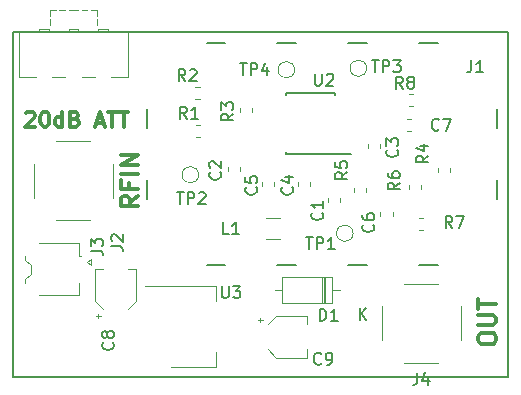
<source format=gbr>
%TF.GenerationSoftware,KiCad,Pcbnew,(5.0.1-3-g963ef8bb5)*%
%TF.CreationDate,2019-01-13T00:49:13+02:00*%
%TF.ProjectId,8307,383330372E6B696361645F7063620000,1.0*%
%TF.SameCoordinates,Original*%
%TF.FileFunction,Legend,Top*%
%TF.FilePolarity,Positive*%
%FSLAX46Y46*%
G04 Gerber Fmt 4.6, Leading zero omitted, Abs format (unit mm)*
G04 Created by KiCad (PCBNEW (5.0.1-3-g963ef8bb5)) date Duminică, 13 Ianuarie 2019, 00:49:13*
%MOMM*%
%LPD*%
G01*
G04 APERTURE LIST*
%ADD10C,0.300000*%
%ADD11C,0.150000*%
%ADD12C,0.120000*%
G04 APERTURE END LIST*
D10*
X22652571Y-50021404D02*
X22714476Y-49959500D01*
X22838285Y-49897595D01*
X23147809Y-49897595D01*
X23271619Y-49959500D01*
X23333523Y-50021404D01*
X23395428Y-50145214D01*
X23395428Y-50269023D01*
X23333523Y-50454738D01*
X22590666Y-51197595D01*
X23395428Y-51197595D01*
X24200190Y-49897595D02*
X24324000Y-49897595D01*
X24447809Y-49959500D01*
X24509714Y-50021404D01*
X24571619Y-50145214D01*
X24633523Y-50392833D01*
X24633523Y-50702357D01*
X24571619Y-50949976D01*
X24509714Y-51073785D01*
X24447809Y-51135690D01*
X24324000Y-51197595D01*
X24200190Y-51197595D01*
X24076380Y-51135690D01*
X24014476Y-51073785D01*
X23952571Y-50949976D01*
X23890666Y-50702357D01*
X23890666Y-50392833D01*
X23952571Y-50145214D01*
X24014476Y-50021404D01*
X24076380Y-49959500D01*
X24200190Y-49897595D01*
X25747809Y-51197595D02*
X25747809Y-49897595D01*
X25747809Y-51135690D02*
X25624000Y-51197595D01*
X25376380Y-51197595D01*
X25252571Y-51135690D01*
X25190666Y-51073785D01*
X25128761Y-50949976D01*
X25128761Y-50578547D01*
X25190666Y-50454738D01*
X25252571Y-50392833D01*
X25376380Y-50330928D01*
X25624000Y-50330928D01*
X25747809Y-50392833D01*
X26800190Y-50516642D02*
X26985904Y-50578547D01*
X27047809Y-50640452D01*
X27109714Y-50764261D01*
X27109714Y-50949976D01*
X27047809Y-51073785D01*
X26985904Y-51135690D01*
X26862095Y-51197595D01*
X26366857Y-51197595D01*
X26366857Y-49897595D01*
X26800190Y-49897595D01*
X26924000Y-49959500D01*
X26985904Y-50021404D01*
X27047809Y-50145214D01*
X27047809Y-50269023D01*
X26985904Y-50392833D01*
X26924000Y-50454738D01*
X26800190Y-50516642D01*
X26366857Y-50516642D01*
X28595428Y-50826166D02*
X29214476Y-50826166D01*
X28471619Y-51197595D02*
X28904952Y-49897595D01*
X29338285Y-51197595D01*
X29585904Y-49897595D02*
X30328761Y-49897595D01*
X29957333Y-51197595D02*
X29957333Y-49897595D01*
X30576380Y-49897595D02*
X31319238Y-49897595D01*
X30947809Y-51197595D02*
X30947809Y-49897595D01*
X60964071Y-69254500D02*
X60964071Y-68968785D01*
X61035500Y-68825928D01*
X61178357Y-68683071D01*
X61464071Y-68611642D01*
X61964071Y-68611642D01*
X62249785Y-68683071D01*
X62392642Y-68825928D01*
X62464071Y-68968785D01*
X62464071Y-69254500D01*
X62392642Y-69397357D01*
X62249785Y-69540214D01*
X61964071Y-69611642D01*
X61464071Y-69611642D01*
X61178357Y-69540214D01*
X61035500Y-69397357D01*
X60964071Y-69254500D01*
X60964071Y-67968785D02*
X62178357Y-67968785D01*
X62321214Y-67897357D01*
X62392642Y-67825928D01*
X62464071Y-67683071D01*
X62464071Y-67397357D01*
X62392642Y-67254500D01*
X62321214Y-67183071D01*
X62178357Y-67111642D01*
X60964071Y-67111642D01*
X60964071Y-66611642D02*
X60964071Y-65754500D01*
X62464071Y-66183071D02*
X60964071Y-66183071D01*
X32174571Y-57074428D02*
X31460285Y-57574428D01*
X32174571Y-57931571D02*
X30674571Y-57931571D01*
X30674571Y-57360142D01*
X30746000Y-57217285D01*
X30817428Y-57145857D01*
X30960285Y-57074428D01*
X31174571Y-57074428D01*
X31317428Y-57145857D01*
X31388857Y-57217285D01*
X31460285Y-57360142D01*
X31460285Y-57931571D01*
X31388857Y-55931571D02*
X31388857Y-56431571D01*
X32174571Y-56431571D02*
X30674571Y-56431571D01*
X30674571Y-55717285D01*
X32174571Y-55145857D02*
X30674571Y-55145857D01*
X32174571Y-54431571D02*
X30674571Y-54431571D01*
X32174571Y-53574428D01*
X30674571Y-53574428D01*
D11*
X21590000Y-72390000D02*
X21590000Y-43180000D01*
X63500000Y-72390000D02*
X21590000Y-72390000D01*
X63500000Y-43180000D02*
X63500000Y-72390000D01*
X21590000Y-43180000D02*
X63500000Y-43180000D01*
D12*
X48258000Y-57241221D02*
X48258000Y-57566779D01*
X49278000Y-57241221D02*
X49278000Y-57566779D01*
X42670000Y-55844221D02*
X42670000Y-56169779D01*
X43690000Y-55844221D02*
X43690000Y-56169779D01*
X39749000Y-54574221D02*
X39749000Y-54899779D01*
X40769000Y-54574221D02*
X40769000Y-54899779D01*
X54955221Y-51564000D02*
X55280779Y-51564000D01*
X54955221Y-50544000D02*
X55280779Y-50544000D01*
X45404000Y-46355000D02*
G75*
G03X45404000Y-46355000I-700000J0D01*
G01*
X51500000Y-46228000D02*
G75*
G03X51500000Y-46228000I-700000J0D01*
G01*
X37276000Y-55245000D02*
G75*
G03X37276000Y-55245000I-700000J0D01*
G01*
X50357000Y-60198000D02*
G75*
G03X50357000Y-60198000I-700000J0D01*
G01*
X55416267Y-48385000D02*
X55073733Y-48385000D01*
X55416267Y-49405000D02*
X55073733Y-49405000D01*
X55911933Y-58875200D02*
X56254467Y-58875200D01*
X55911933Y-59895200D02*
X56254467Y-59895200D01*
X56136000Y-56432267D02*
X56136000Y-56089733D01*
X55116000Y-56432267D02*
X55116000Y-56089733D01*
X50417000Y-56686267D02*
X50417000Y-56343733D01*
X51437000Y-56686267D02*
X51437000Y-56343733D01*
X58549000Y-55035267D02*
X58549000Y-54692733D01*
X57529000Y-55035267D02*
X57529000Y-54692733D01*
X41785000Y-49612733D02*
X41785000Y-49955267D01*
X40765000Y-49612733D02*
X40765000Y-49955267D01*
X37356867Y-47851600D02*
X37014333Y-47851600D01*
X37356867Y-48871600D02*
X37014333Y-48871600D01*
X37065133Y-51001200D02*
X37407667Y-51001200D01*
X37065133Y-52021200D02*
X37407667Y-52021200D01*
X53697600Y-58409621D02*
X53697600Y-58735179D01*
X52677600Y-58409621D02*
X52677600Y-58735179D01*
X45718000Y-55844221D02*
X45718000Y-56169779D01*
X46738000Y-55844221D02*
X46738000Y-56169779D01*
X51610800Y-52943979D02*
X51610800Y-52618421D01*
X52630800Y-52943979D02*
X52630800Y-52618421D01*
X23779000Y-61036000D02*
X27129000Y-61036000D01*
X27129000Y-61036000D02*
X27129000Y-62086000D01*
X27129000Y-62086000D02*
X27319000Y-62086000D01*
X23779000Y-65456000D02*
X27129000Y-65456000D01*
X27129000Y-65456000D02*
X27129000Y-64406000D01*
X22609000Y-62106000D02*
X22609000Y-62456000D01*
X22609000Y-62456000D02*
X23109000Y-62856000D01*
X23109000Y-62856000D02*
X23109000Y-63636000D01*
X23109000Y-63636000D02*
X22609000Y-64036000D01*
X22609000Y-64036000D02*
X22609000Y-64386000D01*
X28172553Y-62396000D02*
X27819000Y-62646000D01*
X27819000Y-62646000D02*
X28172553Y-62896000D01*
X28172553Y-62896000D02*
X28172553Y-62396000D01*
D11*
X62582000Y-55667000D02*
X62582000Y-57267000D01*
X32922000Y-55667000D02*
X32922000Y-57267000D01*
X62582000Y-49667000D02*
X62582000Y-51267000D01*
X32922000Y-49667000D02*
X32922000Y-51267000D01*
X55952000Y-62867000D02*
X57552000Y-62867000D01*
X55952000Y-44067000D02*
X57552000Y-44067000D01*
X49952000Y-62867000D02*
X51552000Y-62867000D01*
X49952000Y-44067000D02*
X51552000Y-44067000D01*
X43952000Y-62867000D02*
X45552000Y-62867000D01*
X43952000Y-44067000D02*
X45552000Y-44067000D01*
X37952000Y-62867000D02*
X39552000Y-62867000D01*
X37952000Y-44067000D02*
X39552000Y-44067000D01*
D12*
X59489000Y-69268000D02*
X59489000Y-66368000D01*
X52779000Y-69268000D02*
X52779000Y-66368000D01*
X57584000Y-64463000D02*
X54684000Y-64463000D01*
X57584000Y-71173000D02*
X54684000Y-71173000D01*
X42516500Y-67338500D02*
X42516500Y-67713500D01*
X42329000Y-67526000D02*
X42704000Y-67526000D01*
X43133437Y-70021000D02*
X43833437Y-70721000D01*
X43133437Y-67901000D02*
X43833437Y-67201000D01*
X43833437Y-70721000D02*
X46464000Y-70721000D01*
X43833437Y-67201000D02*
X46464000Y-67201000D01*
X46464000Y-67201000D02*
X46464000Y-67901000D01*
X46464000Y-70721000D02*
X46464000Y-70021000D01*
X31986000Y-63264000D02*
X31286000Y-63264000D01*
X28466000Y-63264000D02*
X29166000Y-63264000D01*
X28466000Y-65894563D02*
X28466000Y-63264000D01*
X31986000Y-65894563D02*
X31986000Y-63264000D01*
X29166000Y-66594563D02*
X28466000Y-65894563D01*
X31286000Y-66594563D02*
X31986000Y-65894563D01*
X28791000Y-67399000D02*
X28791000Y-67024000D01*
X28603500Y-67211500D02*
X28978500Y-67211500D01*
X48602000Y-66144000D02*
X48602000Y-63904000D01*
X48602000Y-63904000D02*
X44362000Y-63904000D01*
X44362000Y-63904000D02*
X44362000Y-66144000D01*
X44362000Y-66144000D02*
X48602000Y-66144000D01*
X49252000Y-65024000D02*
X48602000Y-65024000D01*
X43712000Y-65024000D02*
X44362000Y-65024000D01*
X47882000Y-66144000D02*
X47882000Y-63904000D01*
X47762000Y-66144000D02*
X47762000Y-63904000D01*
X48002000Y-66144000D02*
X48002000Y-63904000D01*
X23470000Y-46985000D02*
X22070000Y-46985000D01*
X22070000Y-46985000D02*
X22070000Y-43185000D01*
X31270000Y-43185000D02*
X31270000Y-46985000D01*
X31270000Y-46985000D02*
X29870000Y-46985000D01*
X24870000Y-46985000D02*
X25970000Y-46985000D01*
X25970000Y-46985000D02*
X25970000Y-46985000D01*
X27370000Y-46985000D02*
X28470000Y-46985000D01*
X28470000Y-46985000D02*
X28470000Y-46985000D01*
X22070000Y-43185000D02*
X23770000Y-43185000D01*
X23770000Y-43185000D02*
X23770000Y-42885000D01*
X23770000Y-42885000D02*
X24570000Y-42885000D01*
X24570000Y-42885000D02*
X24570000Y-43185000D01*
X24570000Y-43185000D02*
X26270000Y-43185000D01*
X26270000Y-43185000D02*
X26270000Y-42885000D01*
X26270000Y-42885000D02*
X27070000Y-42885000D01*
X27070000Y-42885000D02*
X27070000Y-43185000D01*
X27070000Y-43185000D02*
X28770000Y-43185000D01*
X28770000Y-43185000D02*
X28770000Y-42885000D01*
X28770000Y-42885000D02*
X29570000Y-42885000D01*
X29570000Y-42885000D02*
X29570000Y-43185000D01*
X29570000Y-43185000D02*
X31270000Y-43185000D01*
X31270000Y-43185000D02*
X31270000Y-43185000D01*
X28670000Y-41285000D02*
X28670000Y-41785000D01*
X28670000Y-41785000D02*
X28670000Y-41785000D01*
X28670000Y-41285000D02*
X28170000Y-41285000D01*
X28170000Y-41285000D02*
X28170000Y-41285000D01*
X24670000Y-41285000D02*
X25170000Y-41285000D01*
X25170000Y-41285000D02*
X25170000Y-41285000D01*
X24670000Y-41285000D02*
X24670000Y-41785000D01*
X24670000Y-41785000D02*
X24670000Y-41785000D01*
X24670000Y-42085000D02*
X24670000Y-42585000D01*
X24670000Y-42585000D02*
X24670000Y-42585000D01*
X28670000Y-42085000D02*
X28670000Y-42585000D01*
X28670000Y-42585000D02*
X28670000Y-42585000D01*
X27870000Y-41285000D02*
X27370000Y-41285000D01*
X27370000Y-41285000D02*
X27370000Y-41285000D01*
X25470000Y-41285000D02*
X25970000Y-41285000D01*
X25970000Y-41285000D02*
X25970000Y-41285000D01*
X26270000Y-41285000D02*
X27070000Y-41285000D01*
X27070000Y-41285000D02*
X27070000Y-41285000D01*
X25220000Y-59108000D02*
X28120000Y-59108000D01*
X25220000Y-52398000D02*
X28120000Y-52398000D01*
X30025000Y-57203000D02*
X30025000Y-54303000D01*
X23315000Y-57203000D02*
X23315000Y-54303000D01*
X44163064Y-60727000D02*
X42958936Y-60727000D01*
X44163064Y-58907000D02*
X42958936Y-58907000D01*
X38740000Y-71482000D02*
X38740000Y-70222000D01*
X38740000Y-64662000D02*
X38740000Y-65922000D01*
X34980000Y-71482000D02*
X38740000Y-71482000D01*
X32730000Y-64662000D02*
X38740000Y-64662000D01*
D11*
X48811000Y-53502000D02*
X48811000Y-53452000D01*
X44661000Y-53502000D02*
X44661000Y-53357000D01*
X44661000Y-48352000D02*
X44661000Y-48497000D01*
X48811000Y-48352000D02*
X48811000Y-48497000D01*
X48811000Y-53502000D02*
X44661000Y-53502000D01*
X48811000Y-48352000D02*
X44661000Y-48352000D01*
X48811000Y-53452000D02*
X50211000Y-53452000D01*
X47728142Y-58459666D02*
X47775761Y-58507285D01*
X47823380Y-58650142D01*
X47823380Y-58745380D01*
X47775761Y-58888238D01*
X47680523Y-58983476D01*
X47585285Y-59031095D01*
X47394809Y-59078714D01*
X47251952Y-59078714D01*
X47061476Y-59031095D01*
X46966238Y-58983476D01*
X46871000Y-58888238D01*
X46823380Y-58745380D01*
X46823380Y-58650142D01*
X46871000Y-58507285D01*
X46918619Y-58459666D01*
X47823380Y-57507285D02*
X47823380Y-58078714D01*
X47823380Y-57793000D02*
X46823380Y-57793000D01*
X46966238Y-57888238D01*
X47061476Y-57983476D01*
X47109095Y-58078714D01*
X42140142Y-56300666D02*
X42187761Y-56348285D01*
X42235380Y-56491142D01*
X42235380Y-56586380D01*
X42187761Y-56729238D01*
X42092523Y-56824476D01*
X41997285Y-56872095D01*
X41806809Y-56919714D01*
X41663952Y-56919714D01*
X41473476Y-56872095D01*
X41378238Y-56824476D01*
X41283000Y-56729238D01*
X41235380Y-56586380D01*
X41235380Y-56491142D01*
X41283000Y-56348285D01*
X41330619Y-56300666D01*
X41235380Y-55395904D02*
X41235380Y-55872095D01*
X41711571Y-55919714D01*
X41663952Y-55872095D01*
X41616333Y-55776857D01*
X41616333Y-55538761D01*
X41663952Y-55443523D01*
X41711571Y-55395904D01*
X41806809Y-55348285D01*
X42044904Y-55348285D01*
X42140142Y-55395904D01*
X42187761Y-55443523D01*
X42235380Y-55538761D01*
X42235380Y-55776857D01*
X42187761Y-55872095D01*
X42140142Y-55919714D01*
X39092142Y-55030666D02*
X39139761Y-55078285D01*
X39187380Y-55221142D01*
X39187380Y-55316380D01*
X39139761Y-55459238D01*
X39044523Y-55554476D01*
X38949285Y-55602095D01*
X38758809Y-55649714D01*
X38615952Y-55649714D01*
X38425476Y-55602095D01*
X38330238Y-55554476D01*
X38235000Y-55459238D01*
X38187380Y-55316380D01*
X38187380Y-55221142D01*
X38235000Y-55078285D01*
X38282619Y-55030666D01*
X38282619Y-54649714D02*
X38235000Y-54602095D01*
X38187380Y-54506857D01*
X38187380Y-54268761D01*
X38235000Y-54173523D01*
X38282619Y-54125904D01*
X38377857Y-54078285D01*
X38473095Y-54078285D01*
X38615952Y-54125904D01*
X39187380Y-54697333D01*
X39187380Y-54078285D01*
X57618333Y-51411142D02*
X57570714Y-51458761D01*
X57427857Y-51506380D01*
X57332619Y-51506380D01*
X57189761Y-51458761D01*
X57094523Y-51363523D01*
X57046904Y-51268285D01*
X56999285Y-51077809D01*
X56999285Y-50934952D01*
X57046904Y-50744476D01*
X57094523Y-50649238D01*
X57189761Y-50554000D01*
X57332619Y-50506380D01*
X57427857Y-50506380D01*
X57570714Y-50554000D01*
X57618333Y-50601619D01*
X57951666Y-50506380D02*
X58618333Y-50506380D01*
X58189761Y-51506380D01*
X40775095Y-45807380D02*
X41346523Y-45807380D01*
X41060809Y-46807380D02*
X41060809Y-45807380D01*
X41679857Y-46807380D02*
X41679857Y-45807380D01*
X42060809Y-45807380D01*
X42156047Y-45855000D01*
X42203666Y-45902619D01*
X42251285Y-45997857D01*
X42251285Y-46140714D01*
X42203666Y-46235952D01*
X42156047Y-46283571D01*
X42060809Y-46331190D01*
X41679857Y-46331190D01*
X43108428Y-46140714D02*
X43108428Y-46807380D01*
X42870333Y-45759761D02*
X42632238Y-46474047D01*
X43251285Y-46474047D01*
X51951095Y-45553380D02*
X52522523Y-45553380D01*
X52236809Y-46553380D02*
X52236809Y-45553380D01*
X52855857Y-46553380D02*
X52855857Y-45553380D01*
X53236809Y-45553380D01*
X53332047Y-45601000D01*
X53379666Y-45648619D01*
X53427285Y-45743857D01*
X53427285Y-45886714D01*
X53379666Y-45981952D01*
X53332047Y-46029571D01*
X53236809Y-46077190D01*
X52855857Y-46077190D01*
X53760619Y-45553380D02*
X54379666Y-45553380D01*
X54046333Y-45934333D01*
X54189190Y-45934333D01*
X54284428Y-45981952D01*
X54332047Y-46029571D01*
X54379666Y-46124809D01*
X54379666Y-46362904D01*
X54332047Y-46458142D01*
X54284428Y-46505761D01*
X54189190Y-46553380D01*
X53903476Y-46553380D01*
X53808238Y-46505761D01*
X53760619Y-46458142D01*
X35441095Y-56729380D02*
X36012523Y-56729380D01*
X35726809Y-57729380D02*
X35726809Y-56729380D01*
X36345857Y-57729380D02*
X36345857Y-56729380D01*
X36726809Y-56729380D01*
X36822047Y-56777000D01*
X36869666Y-56824619D01*
X36917285Y-56919857D01*
X36917285Y-57062714D01*
X36869666Y-57157952D01*
X36822047Y-57205571D01*
X36726809Y-57253190D01*
X36345857Y-57253190D01*
X37298238Y-56824619D02*
X37345857Y-56777000D01*
X37441095Y-56729380D01*
X37679190Y-56729380D01*
X37774428Y-56777000D01*
X37822047Y-56824619D01*
X37869666Y-56919857D01*
X37869666Y-57015095D01*
X37822047Y-57157952D01*
X37250619Y-57729380D01*
X37869666Y-57729380D01*
X46363095Y-60539380D02*
X46934523Y-60539380D01*
X46648809Y-61539380D02*
X46648809Y-60539380D01*
X47267857Y-61539380D02*
X47267857Y-60539380D01*
X47648809Y-60539380D01*
X47744047Y-60587000D01*
X47791666Y-60634619D01*
X47839285Y-60729857D01*
X47839285Y-60872714D01*
X47791666Y-60967952D01*
X47744047Y-61015571D01*
X47648809Y-61063190D01*
X47267857Y-61063190D01*
X48791666Y-61539380D02*
X48220238Y-61539380D01*
X48505952Y-61539380D02*
X48505952Y-60539380D01*
X48410714Y-60682238D01*
X48315476Y-60777476D01*
X48220238Y-60825095D01*
X54570333Y-47950380D02*
X54237000Y-47474190D01*
X53998904Y-47950380D02*
X53998904Y-46950380D01*
X54379857Y-46950380D01*
X54475095Y-46998000D01*
X54522714Y-47045619D01*
X54570333Y-47140857D01*
X54570333Y-47283714D01*
X54522714Y-47378952D01*
X54475095Y-47426571D01*
X54379857Y-47474190D01*
X53998904Y-47474190D01*
X55141761Y-47378952D02*
X55046523Y-47331333D01*
X54998904Y-47283714D01*
X54951285Y-47188476D01*
X54951285Y-47140857D01*
X54998904Y-47045619D01*
X55046523Y-46998000D01*
X55141761Y-46950380D01*
X55332238Y-46950380D01*
X55427476Y-46998000D01*
X55475095Y-47045619D01*
X55522714Y-47140857D01*
X55522714Y-47188476D01*
X55475095Y-47283714D01*
X55427476Y-47331333D01*
X55332238Y-47378952D01*
X55141761Y-47378952D01*
X55046523Y-47426571D01*
X54998904Y-47474190D01*
X54951285Y-47569428D01*
X54951285Y-47759904D01*
X54998904Y-47855142D01*
X55046523Y-47902761D01*
X55141761Y-47950380D01*
X55332238Y-47950380D01*
X55427476Y-47902761D01*
X55475095Y-47855142D01*
X55522714Y-47759904D01*
X55522714Y-47569428D01*
X55475095Y-47474190D01*
X55427476Y-47426571D01*
X55332238Y-47378952D01*
X58761333Y-59761380D02*
X58428000Y-59285190D01*
X58189904Y-59761380D02*
X58189904Y-58761380D01*
X58570857Y-58761380D01*
X58666095Y-58809000D01*
X58713714Y-58856619D01*
X58761333Y-58951857D01*
X58761333Y-59094714D01*
X58713714Y-59189952D01*
X58666095Y-59237571D01*
X58570857Y-59285190D01*
X58189904Y-59285190D01*
X59094666Y-58761380D02*
X59761333Y-58761380D01*
X59332761Y-59761380D01*
X54300380Y-55919666D02*
X53824190Y-56253000D01*
X54300380Y-56491095D02*
X53300380Y-56491095D01*
X53300380Y-56110142D01*
X53348000Y-56014904D01*
X53395619Y-55967285D01*
X53490857Y-55919666D01*
X53633714Y-55919666D01*
X53728952Y-55967285D01*
X53776571Y-56014904D01*
X53824190Y-56110142D01*
X53824190Y-56491095D01*
X53300380Y-55062523D02*
X53300380Y-55253000D01*
X53348000Y-55348238D01*
X53395619Y-55395857D01*
X53538476Y-55491095D01*
X53728952Y-55538714D01*
X54109904Y-55538714D01*
X54205142Y-55491095D01*
X54252761Y-55443476D01*
X54300380Y-55348238D01*
X54300380Y-55157761D01*
X54252761Y-55062523D01*
X54205142Y-55014904D01*
X54109904Y-54967285D01*
X53871809Y-54967285D01*
X53776571Y-55014904D01*
X53728952Y-55062523D01*
X53681333Y-55157761D01*
X53681333Y-55348238D01*
X53728952Y-55443476D01*
X53776571Y-55491095D01*
X53871809Y-55538714D01*
X49855380Y-55030666D02*
X49379190Y-55364000D01*
X49855380Y-55602095D02*
X48855380Y-55602095D01*
X48855380Y-55221142D01*
X48903000Y-55125904D01*
X48950619Y-55078285D01*
X49045857Y-55030666D01*
X49188714Y-55030666D01*
X49283952Y-55078285D01*
X49331571Y-55125904D01*
X49379190Y-55221142D01*
X49379190Y-55602095D01*
X48855380Y-54125904D02*
X48855380Y-54602095D01*
X49331571Y-54649714D01*
X49283952Y-54602095D01*
X49236333Y-54506857D01*
X49236333Y-54268761D01*
X49283952Y-54173523D01*
X49331571Y-54125904D01*
X49426809Y-54078285D01*
X49664904Y-54078285D01*
X49760142Y-54125904D01*
X49807761Y-54173523D01*
X49855380Y-54268761D01*
X49855380Y-54506857D01*
X49807761Y-54602095D01*
X49760142Y-54649714D01*
X56713380Y-53633666D02*
X56237190Y-53967000D01*
X56713380Y-54205095D02*
X55713380Y-54205095D01*
X55713380Y-53824142D01*
X55761000Y-53728904D01*
X55808619Y-53681285D01*
X55903857Y-53633666D01*
X56046714Y-53633666D01*
X56141952Y-53681285D01*
X56189571Y-53728904D01*
X56237190Y-53824142D01*
X56237190Y-54205095D01*
X56046714Y-52776523D02*
X56713380Y-52776523D01*
X55665761Y-53014619D02*
X56380047Y-53252714D01*
X56380047Y-52633666D01*
X40203380Y-50077666D02*
X39727190Y-50411000D01*
X40203380Y-50649095D02*
X39203380Y-50649095D01*
X39203380Y-50268142D01*
X39251000Y-50172904D01*
X39298619Y-50125285D01*
X39393857Y-50077666D01*
X39536714Y-50077666D01*
X39631952Y-50125285D01*
X39679571Y-50172904D01*
X39727190Y-50268142D01*
X39727190Y-50649095D01*
X39203380Y-49744333D02*
X39203380Y-49125285D01*
X39584333Y-49458619D01*
X39584333Y-49315761D01*
X39631952Y-49220523D01*
X39679571Y-49172904D01*
X39774809Y-49125285D01*
X40012904Y-49125285D01*
X40108142Y-49172904D01*
X40155761Y-49220523D01*
X40203380Y-49315761D01*
X40203380Y-49601476D01*
X40155761Y-49696714D01*
X40108142Y-49744333D01*
X36155333Y-47315380D02*
X35822000Y-46839190D01*
X35583904Y-47315380D02*
X35583904Y-46315380D01*
X35964857Y-46315380D01*
X36060095Y-46363000D01*
X36107714Y-46410619D01*
X36155333Y-46505857D01*
X36155333Y-46648714D01*
X36107714Y-46743952D01*
X36060095Y-46791571D01*
X35964857Y-46839190D01*
X35583904Y-46839190D01*
X36536285Y-46410619D02*
X36583904Y-46363000D01*
X36679142Y-46315380D01*
X36917238Y-46315380D01*
X37012476Y-46363000D01*
X37060095Y-46410619D01*
X37107714Y-46505857D01*
X37107714Y-46601095D01*
X37060095Y-46743952D01*
X36488666Y-47315380D01*
X37107714Y-47315380D01*
X36282333Y-50490380D02*
X35949000Y-50014190D01*
X35710904Y-50490380D02*
X35710904Y-49490380D01*
X36091857Y-49490380D01*
X36187095Y-49538000D01*
X36234714Y-49585619D01*
X36282333Y-49680857D01*
X36282333Y-49823714D01*
X36234714Y-49918952D01*
X36187095Y-49966571D01*
X36091857Y-50014190D01*
X35710904Y-50014190D01*
X37234714Y-50490380D02*
X36663285Y-50490380D01*
X36949000Y-50490380D02*
X36949000Y-49490380D01*
X36853761Y-49633238D01*
X36758523Y-49728476D01*
X36663285Y-49776095D01*
X52046142Y-59475666D02*
X52093761Y-59523285D01*
X52141380Y-59666142D01*
X52141380Y-59761380D01*
X52093761Y-59904238D01*
X51998523Y-59999476D01*
X51903285Y-60047095D01*
X51712809Y-60094714D01*
X51569952Y-60094714D01*
X51379476Y-60047095D01*
X51284238Y-59999476D01*
X51189000Y-59904238D01*
X51141380Y-59761380D01*
X51141380Y-59666142D01*
X51189000Y-59523285D01*
X51236619Y-59475666D01*
X51141380Y-58618523D02*
X51141380Y-58809000D01*
X51189000Y-58904238D01*
X51236619Y-58951857D01*
X51379476Y-59047095D01*
X51569952Y-59094714D01*
X51950904Y-59094714D01*
X52046142Y-59047095D01*
X52093761Y-58999476D01*
X52141380Y-58904238D01*
X52141380Y-58713761D01*
X52093761Y-58618523D01*
X52046142Y-58570904D01*
X51950904Y-58523285D01*
X51712809Y-58523285D01*
X51617571Y-58570904D01*
X51569952Y-58618523D01*
X51522333Y-58713761D01*
X51522333Y-58904238D01*
X51569952Y-58999476D01*
X51617571Y-59047095D01*
X51712809Y-59094714D01*
X45188142Y-56300666D02*
X45235761Y-56348285D01*
X45283380Y-56491142D01*
X45283380Y-56586380D01*
X45235761Y-56729238D01*
X45140523Y-56824476D01*
X45045285Y-56872095D01*
X44854809Y-56919714D01*
X44711952Y-56919714D01*
X44521476Y-56872095D01*
X44426238Y-56824476D01*
X44331000Y-56729238D01*
X44283380Y-56586380D01*
X44283380Y-56491142D01*
X44331000Y-56348285D01*
X44378619Y-56300666D01*
X44616714Y-55443523D02*
X45283380Y-55443523D01*
X44235761Y-55681619D02*
X44950047Y-55919714D01*
X44950047Y-55300666D01*
X54078142Y-53125666D02*
X54125761Y-53173285D01*
X54173380Y-53316142D01*
X54173380Y-53411380D01*
X54125761Y-53554238D01*
X54030523Y-53649476D01*
X53935285Y-53697095D01*
X53744809Y-53744714D01*
X53601952Y-53744714D01*
X53411476Y-53697095D01*
X53316238Y-53649476D01*
X53221000Y-53554238D01*
X53173380Y-53411380D01*
X53173380Y-53316142D01*
X53221000Y-53173285D01*
X53268619Y-53125666D01*
X53173380Y-52792333D02*
X53173380Y-52173285D01*
X53554333Y-52506619D01*
X53554333Y-52363761D01*
X53601952Y-52268523D01*
X53649571Y-52220904D01*
X53744809Y-52173285D01*
X53982904Y-52173285D01*
X54078142Y-52220904D01*
X54125761Y-52268523D01*
X54173380Y-52363761D01*
X54173380Y-52649476D01*
X54125761Y-52744714D01*
X54078142Y-52792333D01*
X28154380Y-61674333D02*
X28868666Y-61674333D01*
X29011523Y-61721952D01*
X29106761Y-61817190D01*
X29154380Y-61960047D01*
X29154380Y-62055285D01*
X28154380Y-61293380D02*
X28154380Y-60674333D01*
X28535333Y-61007666D01*
X28535333Y-60864809D01*
X28582952Y-60769571D01*
X28630571Y-60721952D01*
X28725809Y-60674333D01*
X28963904Y-60674333D01*
X29059142Y-60721952D01*
X29106761Y-60769571D01*
X29154380Y-60864809D01*
X29154380Y-61150523D01*
X29106761Y-61245761D01*
X29059142Y-61293380D01*
X60372666Y-45553380D02*
X60372666Y-46267666D01*
X60325047Y-46410523D01*
X60229809Y-46505761D01*
X60086952Y-46553380D01*
X59991714Y-46553380D01*
X61372666Y-46553380D02*
X60801238Y-46553380D01*
X61086952Y-46553380D02*
X61086952Y-45553380D01*
X60991714Y-45696238D01*
X60896476Y-45791476D01*
X60801238Y-45839095D01*
X55800666Y-72020380D02*
X55800666Y-72734666D01*
X55753047Y-72877523D01*
X55657809Y-72972761D01*
X55514952Y-73020380D01*
X55419714Y-73020380D01*
X56705428Y-72353714D02*
X56705428Y-73020380D01*
X56467333Y-71972761D02*
X56229238Y-72687047D01*
X56848285Y-72687047D01*
X47648833Y-71223142D02*
X47601214Y-71270761D01*
X47458357Y-71318380D01*
X47363119Y-71318380D01*
X47220261Y-71270761D01*
X47125023Y-71175523D01*
X47077404Y-71080285D01*
X47029785Y-70889809D01*
X47029785Y-70746952D01*
X47077404Y-70556476D01*
X47125023Y-70461238D01*
X47220261Y-70366000D01*
X47363119Y-70318380D01*
X47458357Y-70318380D01*
X47601214Y-70366000D01*
X47648833Y-70413619D01*
X48125023Y-71318380D02*
X48315500Y-71318380D01*
X48410738Y-71270761D01*
X48458357Y-71223142D01*
X48553595Y-71080285D01*
X48601214Y-70889809D01*
X48601214Y-70508857D01*
X48553595Y-70413619D01*
X48505976Y-70366000D01*
X48410738Y-70318380D01*
X48220261Y-70318380D01*
X48125023Y-70366000D01*
X48077404Y-70413619D01*
X48029785Y-70508857D01*
X48029785Y-70746952D01*
X48077404Y-70842190D01*
X48125023Y-70889809D01*
X48220261Y-70937428D01*
X48410738Y-70937428D01*
X48505976Y-70889809D01*
X48553595Y-70842190D01*
X48601214Y-70746952D01*
X30011642Y-69445166D02*
X30059261Y-69492785D01*
X30106880Y-69635642D01*
X30106880Y-69730880D01*
X30059261Y-69873738D01*
X29964023Y-69968976D01*
X29868785Y-70016595D01*
X29678309Y-70064214D01*
X29535452Y-70064214D01*
X29344976Y-70016595D01*
X29249738Y-69968976D01*
X29154500Y-69873738D01*
X29106880Y-69730880D01*
X29106880Y-69635642D01*
X29154500Y-69492785D01*
X29202119Y-69445166D01*
X29535452Y-68873738D02*
X29487833Y-68968976D01*
X29440214Y-69016595D01*
X29344976Y-69064214D01*
X29297357Y-69064214D01*
X29202119Y-69016595D01*
X29154500Y-68968976D01*
X29106880Y-68873738D01*
X29106880Y-68683261D01*
X29154500Y-68588023D01*
X29202119Y-68540404D01*
X29297357Y-68492785D01*
X29344976Y-68492785D01*
X29440214Y-68540404D01*
X29487833Y-68588023D01*
X29535452Y-68683261D01*
X29535452Y-68873738D01*
X29583071Y-68968976D01*
X29630690Y-69016595D01*
X29725928Y-69064214D01*
X29916404Y-69064214D01*
X30011642Y-69016595D01*
X30059261Y-68968976D01*
X30106880Y-68873738D01*
X30106880Y-68683261D01*
X30059261Y-68588023D01*
X30011642Y-68540404D01*
X29916404Y-68492785D01*
X29725928Y-68492785D01*
X29630690Y-68540404D01*
X29583071Y-68588023D01*
X29535452Y-68683261D01*
X47521904Y-67596380D02*
X47521904Y-66596380D01*
X47760000Y-66596380D01*
X47902857Y-66644000D01*
X47998095Y-66739238D01*
X48045714Y-66834476D01*
X48093333Y-67024952D01*
X48093333Y-67167809D01*
X48045714Y-67358285D01*
X47998095Y-67453523D01*
X47902857Y-67548761D01*
X47760000Y-67596380D01*
X47521904Y-67596380D01*
X49045714Y-67596380D02*
X48474285Y-67596380D01*
X48760000Y-67596380D02*
X48760000Y-66596380D01*
X48664761Y-66739238D01*
X48569523Y-66834476D01*
X48474285Y-66882095D01*
X50919095Y-67508380D02*
X50919095Y-66508380D01*
X51490523Y-67508380D02*
X51061952Y-66936952D01*
X51490523Y-66508380D02*
X50919095Y-67079809D01*
X29868880Y-61293333D02*
X30583166Y-61293333D01*
X30726023Y-61340952D01*
X30821261Y-61436190D01*
X30868880Y-61579047D01*
X30868880Y-61674285D01*
X29964119Y-60864761D02*
X29916500Y-60817142D01*
X29868880Y-60721904D01*
X29868880Y-60483809D01*
X29916500Y-60388571D01*
X29964119Y-60340952D01*
X30059357Y-60293333D01*
X30154595Y-60293333D01*
X30297452Y-60340952D01*
X30868880Y-60912380D01*
X30868880Y-60293333D01*
X39838333Y-60269380D02*
X39362142Y-60269380D01*
X39362142Y-59269380D01*
X40695476Y-60269380D02*
X40124047Y-60269380D01*
X40409761Y-60269380D02*
X40409761Y-59269380D01*
X40314523Y-59412238D01*
X40219285Y-59507476D01*
X40124047Y-59555095D01*
X39243095Y-64666880D02*
X39243095Y-65476404D01*
X39290714Y-65571642D01*
X39338333Y-65619261D01*
X39433571Y-65666880D01*
X39624047Y-65666880D01*
X39719285Y-65619261D01*
X39766904Y-65571642D01*
X39814523Y-65476404D01*
X39814523Y-64666880D01*
X40195476Y-64666880D02*
X40814523Y-64666880D01*
X40481190Y-65047833D01*
X40624047Y-65047833D01*
X40719285Y-65095452D01*
X40766904Y-65143071D01*
X40814523Y-65238309D01*
X40814523Y-65476404D01*
X40766904Y-65571642D01*
X40719285Y-65619261D01*
X40624047Y-65666880D01*
X40338333Y-65666880D01*
X40243095Y-65619261D01*
X40195476Y-65571642D01*
X47117095Y-46696380D02*
X47117095Y-47505904D01*
X47164714Y-47601142D01*
X47212333Y-47648761D01*
X47307571Y-47696380D01*
X47498047Y-47696380D01*
X47593285Y-47648761D01*
X47640904Y-47601142D01*
X47688523Y-47505904D01*
X47688523Y-46696380D01*
X48117095Y-46791619D02*
X48164714Y-46744000D01*
X48259952Y-46696380D01*
X48498047Y-46696380D01*
X48593285Y-46744000D01*
X48640904Y-46791619D01*
X48688523Y-46886857D01*
X48688523Y-46982095D01*
X48640904Y-47124952D01*
X48069476Y-47696380D01*
X48688523Y-47696380D01*
M02*

</source>
